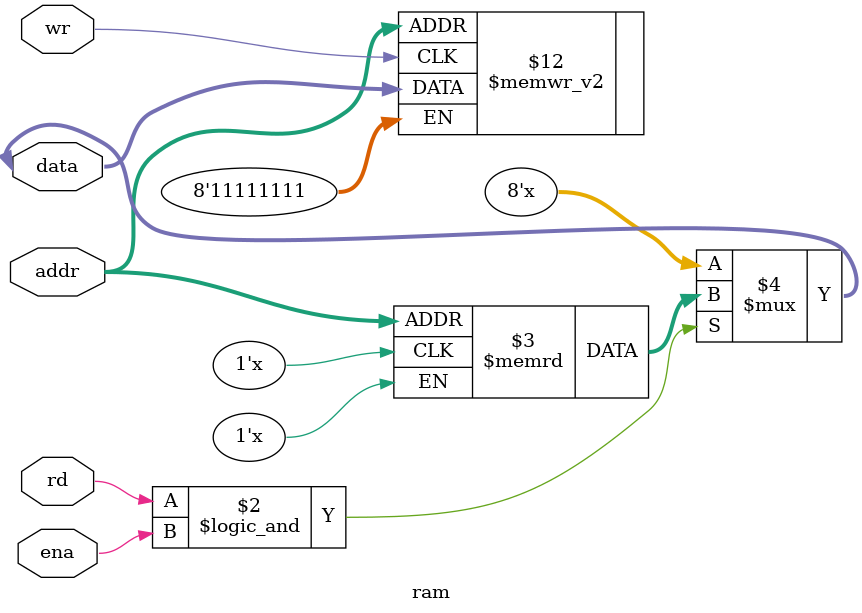
<source format=v>
module ram( input[9:0] addr,
            input rd,
            input wr,
            input ena,
            inout[7:0] data);
            
  reg[7:0] ram[10'h3ff:0];
  assign data = ( rd && ena ) ? ram[addr] : 8'hzz;
  
  always@ (posedge wr)
  begin
    ram[addr] <=  data;
  end          
              
endmodule

</source>
